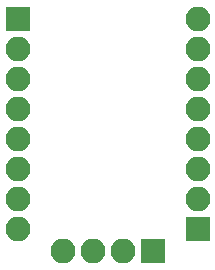
<source format=gbs>
G04 #@! TF.FileFunction,Soldermask,Bot*
%FSLAX46Y46*%
G04 Gerber Fmt 4.6, Leading zero omitted, Abs format (unit mm)*
G04 Created by KiCad (PCBNEW 4.0.7-e0-6372~58~ubuntu16.04.1) date Tue Sep 12 02:06:09 2017*
%MOMM*%
%LPD*%
G01*
G04 APERTURE LIST*
%ADD10C,0.100000*%
%ADD11R,2.100000X2.100000*%
%ADD12O,2.100000X2.100000*%
G04 APERTURE END LIST*
D10*
D11*
X140335000Y-96520000D03*
D12*
X140335000Y-99060000D03*
X140335000Y-101600000D03*
X140335000Y-104140000D03*
X140335000Y-106680000D03*
X140335000Y-109220000D03*
X140335000Y-111760000D03*
X140335000Y-114300000D03*
D11*
X155575000Y-114300000D03*
D12*
X155575000Y-111760000D03*
X155575000Y-109220000D03*
X155575000Y-106680000D03*
X155575000Y-104140000D03*
X155575000Y-101600000D03*
X155575000Y-99060000D03*
X155575000Y-96520000D03*
D11*
X151765000Y-116205000D03*
D12*
X149225000Y-116205000D03*
X146685000Y-116205000D03*
X144145000Y-116205000D03*
M02*

</source>
